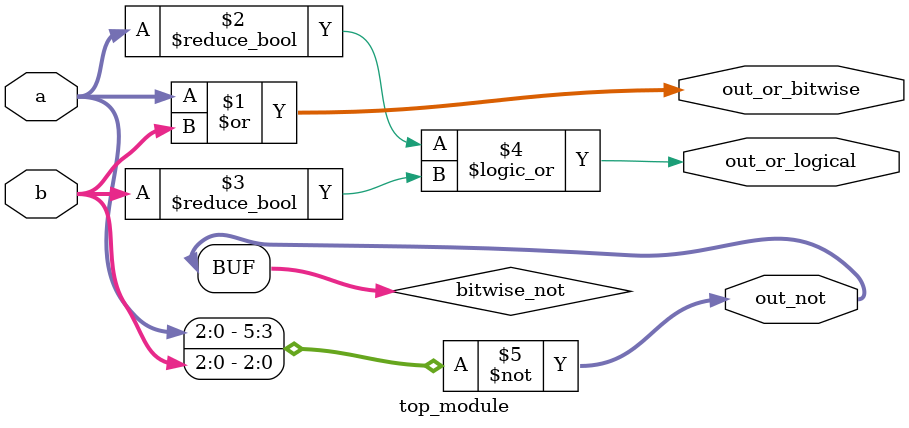
<source format=sv>
module top_module(
    input [2:0] a,
    input [2:0] b,
    output [2:0] out_or_bitwise,
    output out_or_logical,
    output [5:0] out_not
);
    
    // Create intermediate wires for the operations
    wire [2:0] bitwise_or;
    wire logical_or;
    wire [5:0] bitwise_not;

    // Bitwise OR operation
    assign out_or_bitwise = a | b;

    // Logical OR operation
    assign out_or_logical = (a != 0) || (b != 0);

    // Bitwise NOT operation
    assign bitwise_not = ~{a, b};
    assign out_not = bitwise_not;
endmodule

</source>
